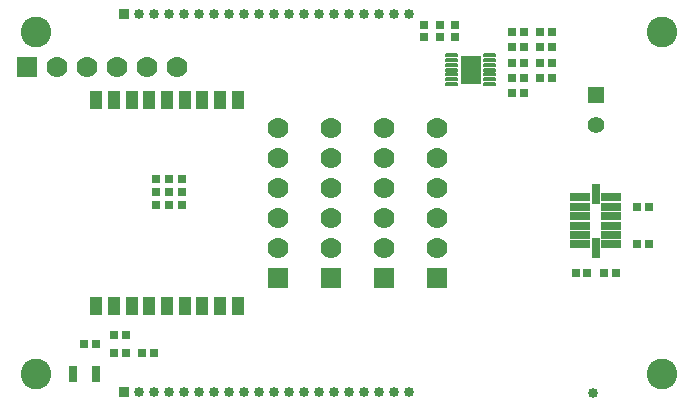
<source format=gbr>
G04 EAGLE Gerber RS-274X export*
G75*
%MOMM*%
%FSLAX34Y34*%
%LPD*%
%INSoldermask Top*%
%IPPOS*%
%AMOC8*
5,1,8,0,0,1.08239X$1,22.5*%
G01*
%ADD10C,2.601600*%
%ADD11R,0.851600X0.851600*%
%ADD12C,0.851600*%
%ADD13R,1.001600X1.601600*%
%ADD14R,0.801600X0.801600*%
%ADD15C,1.778000*%
%ADD16R,1.778000X1.778000*%
%ADD17R,0.801600X1.401600*%
%ADD18R,0.701600X0.701600*%
%ADD19C,1.406600*%
%ADD20R,1.406600X1.406600*%
%ADD21C,0.157581*%
%ADD22R,1.801600X2.401600*%
%ADD23R,1.651600X0.701600*%
%ADD24R,0.701600X1.651600*%


D10*
X-555000Y315000D03*
X-555000Y25000D03*
X-25000Y315000D03*
X-25000Y25000D03*
D11*
X-480650Y10000D03*
D12*
X-467950Y10000D03*
X-455250Y10000D03*
X-442550Y10000D03*
X-429850Y10000D03*
X-417150Y10000D03*
X-404450Y10000D03*
X-391750Y10000D03*
X-379050Y10000D03*
X-366350Y10000D03*
X-353650Y10000D03*
X-340950Y10000D03*
X-328250Y10000D03*
X-315550Y10000D03*
X-302850Y10000D03*
X-290150Y10000D03*
X-277450Y10000D03*
X-264750Y10000D03*
X-252050Y10000D03*
X-239350Y10000D03*
D11*
X-480650Y330000D03*
D12*
X-467950Y330000D03*
X-455250Y330000D03*
X-442550Y330000D03*
X-429850Y330000D03*
X-417150Y330000D03*
X-404450Y330000D03*
X-391750Y330000D03*
X-379050Y330000D03*
X-366350Y330000D03*
X-353650Y330000D03*
X-340950Y330000D03*
X-328250Y330000D03*
X-315550Y330000D03*
X-302850Y330000D03*
X-290150Y330000D03*
X-277450Y330000D03*
X-264750Y330000D03*
X-252050Y330000D03*
X-239350Y330000D03*
D13*
X-504000Y82500D03*
X-489000Y82500D03*
X-474000Y82500D03*
X-459000Y82500D03*
X-444000Y82500D03*
X-429000Y82500D03*
X-414000Y82500D03*
X-399000Y82500D03*
X-384000Y82500D03*
X-384000Y257500D03*
X-399000Y257500D03*
X-414000Y257500D03*
X-429000Y257500D03*
X-444000Y257500D03*
X-459000Y257500D03*
X-474000Y257500D03*
X-489000Y257500D03*
X-504000Y257500D03*
D14*
X-442000Y179600D03*
X-442000Y190600D03*
X-442000Y168600D03*
X-453000Y168600D03*
X-453000Y179600D03*
X-453000Y190600D03*
X-431000Y190600D03*
X-431000Y179600D03*
X-431000Y168600D03*
D15*
X-350000Y157300D03*
D16*
X-350000Y106500D03*
D15*
X-350000Y131900D03*
X-350000Y182700D03*
X-350000Y208100D03*
X-350000Y233500D03*
D17*
X-523500Y25000D03*
X-504500Y25000D03*
D18*
X-514000Y51000D03*
X-504000Y51000D03*
X-479000Y43000D03*
X-489000Y43000D03*
X-489000Y58000D03*
X-479000Y58000D03*
D15*
X-305000Y157300D03*
D16*
X-305000Y106500D03*
D15*
X-305000Y131900D03*
X-305000Y182700D03*
X-305000Y208100D03*
X-305000Y233500D03*
X-260000Y157300D03*
D16*
X-260000Y106500D03*
D15*
X-260000Y131900D03*
X-260000Y182700D03*
X-260000Y208100D03*
X-260000Y233500D03*
X-511700Y285000D03*
D16*
X-562500Y285000D03*
D15*
X-537100Y285000D03*
X-486300Y285000D03*
X-460900Y285000D03*
X-435500Y285000D03*
D19*
X-81000Y236300D03*
D20*
X-81000Y261700D03*
D21*
X-198330Y294180D02*
X-207370Y294180D01*
X-207370Y295820D01*
X-198330Y295820D01*
X-198330Y294180D01*
X-198330Y295677D02*
X-207370Y295677D01*
X-207370Y290180D02*
X-198330Y290180D01*
X-207370Y290180D02*
X-207370Y291820D01*
X-198330Y291820D01*
X-198330Y290180D01*
X-198330Y291677D02*
X-207370Y291677D01*
X-207370Y286180D02*
X-198330Y286180D01*
X-207370Y286180D02*
X-207370Y287820D01*
X-198330Y287820D01*
X-198330Y286180D01*
X-198330Y287677D02*
X-207370Y287677D01*
X-207370Y282180D02*
X-198330Y282180D01*
X-207370Y282180D02*
X-207370Y283820D01*
X-198330Y283820D01*
X-198330Y282180D01*
X-198330Y283677D02*
X-207370Y283677D01*
X-207370Y278180D02*
X-198330Y278180D01*
X-207370Y278180D02*
X-207370Y279820D01*
X-198330Y279820D01*
X-198330Y278180D01*
X-198330Y279677D02*
X-207370Y279677D01*
X-207370Y274180D02*
X-198330Y274180D01*
X-207370Y274180D02*
X-207370Y275820D01*
X-198330Y275820D01*
X-198330Y274180D01*
X-198330Y275677D02*
X-207370Y275677D01*
X-207370Y270180D02*
X-198330Y270180D01*
X-207370Y270180D02*
X-207370Y271820D01*
X-198330Y271820D01*
X-198330Y270180D01*
X-198330Y271677D02*
X-207370Y271677D01*
X-175670Y271820D02*
X-166630Y271820D01*
X-166630Y270180D01*
X-175670Y270180D01*
X-175670Y271820D01*
X-175670Y271677D02*
X-166630Y271677D01*
X-166630Y275820D02*
X-175670Y275820D01*
X-166630Y275820D02*
X-166630Y274180D01*
X-175670Y274180D01*
X-175670Y275820D01*
X-175670Y275677D02*
X-166630Y275677D01*
X-166630Y279820D02*
X-175670Y279820D01*
X-166630Y279820D02*
X-166630Y278180D01*
X-175670Y278180D01*
X-175670Y279820D01*
X-175670Y279677D02*
X-166630Y279677D01*
X-166630Y283820D02*
X-175670Y283820D01*
X-166630Y283820D02*
X-166630Y282180D01*
X-175670Y282180D01*
X-175670Y283820D01*
X-175670Y283677D02*
X-166630Y283677D01*
X-166630Y287820D02*
X-175670Y287820D01*
X-166630Y287820D02*
X-166630Y286180D01*
X-175670Y286180D01*
X-175670Y287820D01*
X-175670Y287677D02*
X-166630Y287677D01*
X-166630Y291820D02*
X-175670Y291820D01*
X-166630Y291820D02*
X-166630Y290180D01*
X-175670Y290180D01*
X-175670Y291820D01*
X-175670Y291677D02*
X-166630Y291677D01*
X-166630Y295820D02*
X-175670Y295820D01*
X-166630Y295820D02*
X-166630Y294180D01*
X-175670Y294180D01*
X-175670Y295820D01*
X-175670Y295677D02*
X-166630Y295677D01*
D22*
X-187000Y283000D03*
D18*
X-200000Y311000D03*
X-200000Y321000D03*
X-213000Y311000D03*
X-213000Y321000D03*
X-152000Y263000D03*
X-142000Y263000D03*
X-152000Y276000D03*
X-142000Y276000D03*
X-152000Y302000D03*
X-142000Y302000D03*
X-152000Y289000D03*
X-142000Y289000D03*
X-152000Y315000D03*
X-142000Y315000D03*
X-128000Y302000D03*
X-118000Y302000D03*
X-128000Y315000D03*
X-118000Y315000D03*
X-128000Y276000D03*
X-118000Y276000D03*
X-118000Y289000D03*
X-128000Y289000D03*
X-226000Y311000D03*
X-226000Y321000D03*
D23*
X-94000Y175000D03*
X-94000Y167000D03*
X-94000Y159000D03*
X-94000Y151000D03*
X-94000Y143000D03*
X-94000Y135000D03*
D24*
X-81000Y132000D03*
D23*
X-68000Y135000D03*
X-68000Y143000D03*
X-68000Y151000D03*
X-68000Y159000D03*
X-68000Y167000D03*
X-68000Y175000D03*
D24*
X-81000Y178000D03*
D18*
X-64000Y111000D03*
X-74000Y111000D03*
X-46000Y167000D03*
X-36000Y167000D03*
X-88000Y111000D03*
X-98000Y111000D03*
X-36000Y135000D03*
X-46000Y135000D03*
D15*
X-215000Y157300D03*
D16*
X-215000Y106500D03*
D15*
X-215000Y131900D03*
X-215000Y182700D03*
X-215000Y208100D03*
X-215000Y233500D03*
D18*
X-455000Y43000D03*
X-465000Y43000D03*
D12*
X-83000Y9000D03*
M02*

</source>
